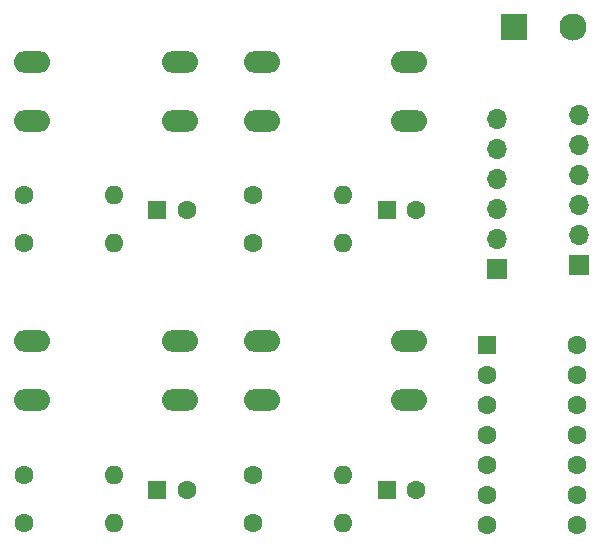
<source format=gbr>
%TF.GenerationSoftware,KiCad,Pcbnew,7.0.8*%
%TF.CreationDate,2023-12-19T15:47:32-08:00*%
%TF.ProjectId,4-button debouncer,342d6275-7474-46f6-9e20-6465626f756e,rev?*%
%TF.SameCoordinates,Original*%
%TF.FileFunction,Soldermask,Bot*%
%TF.FilePolarity,Negative*%
%FSLAX46Y46*%
G04 Gerber Fmt 4.6, Leading zero omitted, Abs format (unit mm)*
G04 Created by KiCad (PCBNEW 7.0.8) date 2023-12-19 15:47:32*
%MOMM*%
%LPD*%
G01*
G04 APERTURE LIST*
%ADD10O,3.048000X1.850000*%
%ADD11C,1.600000*%
%ADD12O,1.600000X1.600000*%
%ADD13R,1.600000X1.600000*%
%ADD14R,1.700000X1.700000*%
%ADD15O,1.700000X1.700000*%
%ADD16R,2.300000X2.300000*%
%ADD17C,2.300000*%
G04 APERTURE END LIST*
D10*
%TO.C,SW4*%
X54700000Y-81650000D03*
X67200000Y-81650000D03*
X54700000Y-86650000D03*
X67200000Y-86650000D03*
%TD*%
%TO.C,SW3*%
X54700000Y-58000000D03*
X67200000Y-58000000D03*
X54700000Y-63000000D03*
X67200000Y-63000000D03*
%TD*%
%TO.C,SW2*%
X74100000Y-58000000D03*
X86600000Y-58000000D03*
X74100000Y-63000000D03*
X86600000Y-63000000D03*
%TD*%
%TO.C,SW1*%
X74100000Y-81650000D03*
X86600000Y-81650000D03*
X74100000Y-86650000D03*
X86600000Y-86650000D03*
%TD*%
D11*
%TO.C,R8*%
X53980000Y-73350000D03*
D12*
X61600000Y-73350000D03*
%TD*%
D11*
%TO.C,R7*%
X53980000Y-97000000D03*
D12*
X61600000Y-97000000D03*
%TD*%
D11*
%TO.C,R6*%
X53980000Y-92950000D03*
D12*
X61600000Y-92950000D03*
%TD*%
D11*
%TO.C,R5*%
X53980000Y-69300000D03*
D12*
X61600000Y-69300000D03*
%TD*%
D11*
%TO.C,R4*%
X73380000Y-73350000D03*
D12*
X81000000Y-73350000D03*
%TD*%
D11*
%TO.C,R3*%
X73380000Y-69300000D03*
D12*
X81000000Y-69300000D03*
%TD*%
D11*
%TO.C,R2*%
X73380000Y-97000000D03*
D12*
X81000000Y-97000000D03*
%TD*%
D11*
%TO.C,R1*%
X73380000Y-92950000D03*
D12*
X81000000Y-92950000D03*
%TD*%
D13*
%TO.C,C5*%
X84689800Y-94200000D03*
D11*
X87189800Y-94200000D03*
%TD*%
D13*
%TO.C,C3*%
X65289800Y-70550000D03*
D11*
X67789800Y-70550000D03*
%TD*%
D13*
%TO.C,C2*%
X65289800Y-94200000D03*
D11*
X67789800Y-94200000D03*
%TD*%
D13*
%TO.C,C1*%
X84689800Y-70550000D03*
D11*
X87189800Y-70550000D03*
%TD*%
D14*
%TO.C,J2*%
X101000000Y-75160000D03*
D15*
X101000000Y-72620000D03*
X101000000Y-70080000D03*
X101000000Y-67540000D03*
X101000000Y-65000000D03*
X101000000Y-62460000D03*
%TD*%
D14*
%TO.C,J3*%
X94000000Y-75540000D03*
D15*
X94000000Y-73000000D03*
X94000000Y-70460000D03*
X94000000Y-67920000D03*
X94000000Y-65380000D03*
X94000000Y-62840000D03*
%TD*%
D16*
%TO.C,J1*%
X95500000Y-55000000D03*
D17*
X100500000Y-55000000D03*
%TD*%
D13*
%TO.C,U2*%
X93190000Y-82000000D03*
D11*
X93190000Y-84540000D03*
X93190000Y-87080000D03*
X93190000Y-89620000D03*
X93190000Y-92160000D03*
X93190000Y-94700000D03*
X93190000Y-97240000D03*
X100810000Y-97240000D03*
X100810000Y-94700000D03*
X100810000Y-92160000D03*
X100810000Y-89620000D03*
X100810000Y-87080000D03*
X100810000Y-84540000D03*
X100810000Y-82000000D03*
%TD*%
M02*

</source>
